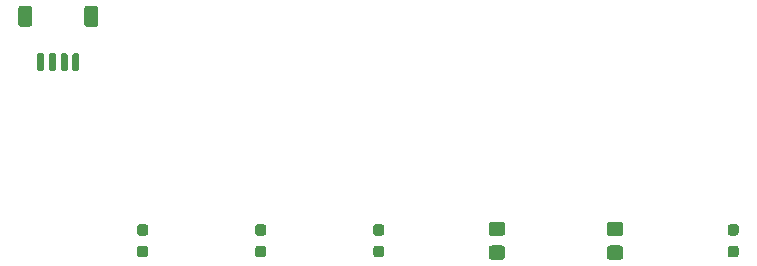
<source format=gbr>
%TF.GenerationSoftware,KiCad,Pcbnew,(5.1.10)-1*%
%TF.CreationDate,2022-05-16T12:08:25-06:00*%
%TF.ProjectId,Swapper01,53776170-7065-4723-9031-2e6b69636164,rev?*%
%TF.SameCoordinates,Original*%
%TF.FileFunction,Paste,Top*%
%TF.FilePolarity,Positive*%
%FSLAX46Y46*%
G04 Gerber Fmt 4.6, Leading zero omitted, Abs format (unit mm)*
G04 Created by KiCad (PCBNEW (5.1.10)-1) date 2022-05-16 12:08:25*
%MOMM*%
%LPD*%
G01*
G04 APERTURE LIST*
G04 APERTURE END LIST*
%TO.C,J2*%
G36*
G01*
X10055000Y20850000D02*
X10055000Y19600000D01*
G75*
G02*
X9905000Y19450000I-150000J0D01*
G01*
X9605000Y19450000D01*
G75*
G02*
X9455000Y19600000I0J150000D01*
G01*
X9455000Y20850000D01*
G75*
G02*
X9605000Y21000000I150000J0D01*
G01*
X9905000Y21000000D01*
G75*
G02*
X10055000Y20850000I0J-150000D01*
G01*
G37*
G36*
G01*
X9055000Y20850000D02*
X9055000Y19600000D01*
G75*
G02*
X8905000Y19450000I-150000J0D01*
G01*
X8605000Y19450000D01*
G75*
G02*
X8455000Y19600000I0J150000D01*
G01*
X8455000Y20850000D01*
G75*
G02*
X8605000Y21000000I150000J0D01*
G01*
X8905000Y21000000D01*
G75*
G02*
X9055000Y20850000I0J-150000D01*
G01*
G37*
G36*
G01*
X8055000Y20850000D02*
X8055000Y19600000D01*
G75*
G02*
X7905000Y19450000I-150000J0D01*
G01*
X7605000Y19450000D01*
G75*
G02*
X7455000Y19600000I0J150000D01*
G01*
X7455000Y20850000D01*
G75*
G02*
X7605000Y21000000I150000J0D01*
G01*
X7905000Y21000000D01*
G75*
G02*
X8055000Y20850000I0J-150000D01*
G01*
G37*
G36*
G01*
X7055000Y20850000D02*
X7055000Y19600000D01*
G75*
G02*
X6905000Y19450000I-150000J0D01*
G01*
X6605000Y19450000D01*
G75*
G02*
X6455000Y19600000I0J150000D01*
G01*
X6455000Y20850000D01*
G75*
G02*
X6605000Y21000000I150000J0D01*
G01*
X6905000Y21000000D01*
G75*
G02*
X7055000Y20850000I0J-150000D01*
G01*
G37*
G36*
G01*
X11655000Y24750001D02*
X11655000Y23449999D01*
G75*
G02*
X11405001Y23200000I-249999J0D01*
G01*
X10704999Y23200000D01*
G75*
G02*
X10455000Y23449999I0J249999D01*
G01*
X10455000Y24750001D01*
G75*
G02*
X10704999Y25000000I249999J0D01*
G01*
X11405001Y25000000D01*
G75*
G02*
X11655000Y24750001I0J-249999D01*
G01*
G37*
G36*
G01*
X6055000Y24750001D02*
X6055000Y23449999D01*
G75*
G02*
X5805001Y23200000I-249999J0D01*
G01*
X5104999Y23200000D01*
G75*
G02*
X4855000Y23449999I0J249999D01*
G01*
X4855000Y24750001D01*
G75*
G02*
X5104999Y25000000I249999J0D01*
G01*
X5805001Y25000000D01*
G75*
G02*
X6055000Y24750001I0J-249999D01*
G01*
G37*
%TD*%
%TO.C,R6*%
G36*
G01*
X65637500Y5525000D02*
X65162500Y5525000D01*
G75*
G02*
X64925000Y5762500I0J237500D01*
G01*
X64925000Y6262500D01*
G75*
G02*
X65162500Y6500000I237500J0D01*
G01*
X65637500Y6500000D01*
G75*
G02*
X65875000Y6262500I0J-237500D01*
G01*
X65875000Y5762500D01*
G75*
G02*
X65637500Y5525000I-237500J0D01*
G01*
G37*
G36*
G01*
X65637500Y3700000D02*
X65162500Y3700000D01*
G75*
G02*
X64925000Y3937500I0J237500D01*
G01*
X64925000Y4437500D01*
G75*
G02*
X65162500Y4675000I237500J0D01*
G01*
X65637500Y4675000D01*
G75*
G02*
X65875000Y4437500I0J-237500D01*
G01*
X65875000Y3937500D01*
G75*
G02*
X65637500Y3700000I-237500J0D01*
G01*
G37*
%TD*%
%TO.C,R3*%
G36*
G01*
X35637500Y5525000D02*
X35162500Y5525000D01*
G75*
G02*
X34925000Y5762500I0J237500D01*
G01*
X34925000Y6262500D01*
G75*
G02*
X35162500Y6500000I237500J0D01*
G01*
X35637500Y6500000D01*
G75*
G02*
X35875000Y6262500I0J-237500D01*
G01*
X35875000Y5762500D01*
G75*
G02*
X35637500Y5525000I-237500J0D01*
G01*
G37*
G36*
G01*
X35637500Y3700000D02*
X35162500Y3700000D01*
G75*
G02*
X34925000Y3937500I0J237500D01*
G01*
X34925000Y4437500D01*
G75*
G02*
X35162500Y4675000I237500J0D01*
G01*
X35637500Y4675000D01*
G75*
G02*
X35875000Y4437500I0J-237500D01*
G01*
X35875000Y3937500D01*
G75*
G02*
X35637500Y3700000I-237500J0D01*
G01*
G37*
%TD*%
%TO.C,R5*%
G36*
G01*
X55850001Y5500000D02*
X54949999Y5500000D01*
G75*
G02*
X54700000Y5749999I0J249999D01*
G01*
X54700000Y6450001D01*
G75*
G02*
X54949999Y6700000I249999J0D01*
G01*
X55850001Y6700000D01*
G75*
G02*
X56100000Y6450001I0J-249999D01*
G01*
X56100000Y5749999D01*
G75*
G02*
X55850001Y5500000I-249999J0D01*
G01*
G37*
G36*
G01*
X55850001Y3500000D02*
X54949999Y3500000D01*
G75*
G02*
X54700000Y3749999I0J249999D01*
G01*
X54700000Y4450001D01*
G75*
G02*
X54949999Y4700000I249999J0D01*
G01*
X55850001Y4700000D01*
G75*
G02*
X56100000Y4450001I0J-249999D01*
G01*
X56100000Y3749999D01*
G75*
G02*
X55850001Y3500000I-249999J0D01*
G01*
G37*
%TD*%
%TO.C,R2*%
G36*
G01*
X25637500Y5525000D02*
X25162500Y5525000D01*
G75*
G02*
X24925000Y5762500I0J237500D01*
G01*
X24925000Y6262500D01*
G75*
G02*
X25162500Y6500000I237500J0D01*
G01*
X25637500Y6500000D01*
G75*
G02*
X25875000Y6262500I0J-237500D01*
G01*
X25875000Y5762500D01*
G75*
G02*
X25637500Y5525000I-237500J0D01*
G01*
G37*
G36*
G01*
X25637500Y3700000D02*
X25162500Y3700000D01*
G75*
G02*
X24925000Y3937500I0J237500D01*
G01*
X24925000Y4437500D01*
G75*
G02*
X25162500Y4675000I237500J0D01*
G01*
X25637500Y4675000D01*
G75*
G02*
X25875000Y4437500I0J-237500D01*
G01*
X25875000Y3937500D01*
G75*
G02*
X25637500Y3700000I-237500J0D01*
G01*
G37*
%TD*%
%TO.C,R4*%
G36*
G01*
X45850001Y5500000D02*
X44949999Y5500000D01*
G75*
G02*
X44700000Y5749999I0J249999D01*
G01*
X44700000Y6450001D01*
G75*
G02*
X44949999Y6700000I249999J0D01*
G01*
X45850001Y6700000D01*
G75*
G02*
X46100000Y6450001I0J-249999D01*
G01*
X46100000Y5749999D01*
G75*
G02*
X45850001Y5500000I-249999J0D01*
G01*
G37*
G36*
G01*
X45850001Y3500000D02*
X44949999Y3500000D01*
G75*
G02*
X44700000Y3749999I0J249999D01*
G01*
X44700000Y4450001D01*
G75*
G02*
X44949999Y4700000I249999J0D01*
G01*
X45850001Y4700000D01*
G75*
G02*
X46100000Y4450001I0J-249999D01*
G01*
X46100000Y3749999D01*
G75*
G02*
X45850001Y3500000I-249999J0D01*
G01*
G37*
%TD*%
%TO.C,R1*%
G36*
G01*
X15637500Y5525000D02*
X15162500Y5525000D01*
G75*
G02*
X14925000Y5762500I0J237500D01*
G01*
X14925000Y6262500D01*
G75*
G02*
X15162500Y6500000I237500J0D01*
G01*
X15637500Y6500000D01*
G75*
G02*
X15875000Y6262500I0J-237500D01*
G01*
X15875000Y5762500D01*
G75*
G02*
X15637500Y5525000I-237500J0D01*
G01*
G37*
G36*
G01*
X15637500Y3700000D02*
X15162500Y3700000D01*
G75*
G02*
X14925000Y3937500I0J237500D01*
G01*
X14925000Y4437500D01*
G75*
G02*
X15162500Y4675000I237500J0D01*
G01*
X15637500Y4675000D01*
G75*
G02*
X15875000Y4437500I0J-237500D01*
G01*
X15875000Y3937500D01*
G75*
G02*
X15637500Y3700000I-237500J0D01*
G01*
G37*
%TD*%
M02*

</source>
